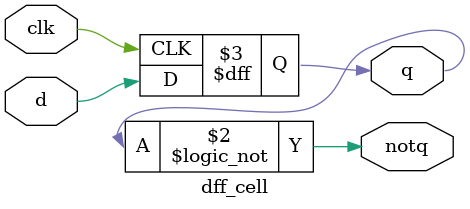
<source format=v>
`define default_netname none

module buffer_cell (
    input wire in,
    output wire out
    );
    assign out = in;
endmodule

module and_cell (
    input wire a,
    input wire b,
    output wire out
    );

    assign out = a & b;
endmodule

module or_cell (
    input wire a,
    input wire b,
    output wire out
    );

    assign out = a | b;
endmodule

module xor_cell (
    input wire a,
    input wire b,
    output wire out
    );

    assign out = a ^ b;
endmodule

module nand_cell (
    input wire a,
    input wire b,
    output wire out
    );

    assign out = !(a&b);
endmodule

module not_cell (
    input wire in,
    output wire out
    );

    assign out = !in;
endmodule

module mux_cell (
    input wire a,
    input wire b,
    input wire sel,
    output wire out
    );

    assign out = sel ? b : a;
endmodule

module dff_cell (
    input wire clk,
    input wire d,
    output reg q,
    output wire notq
    );

    always @(posedge clk)
        q <= d;

    assign notq = !q;

endmodule

</source>
